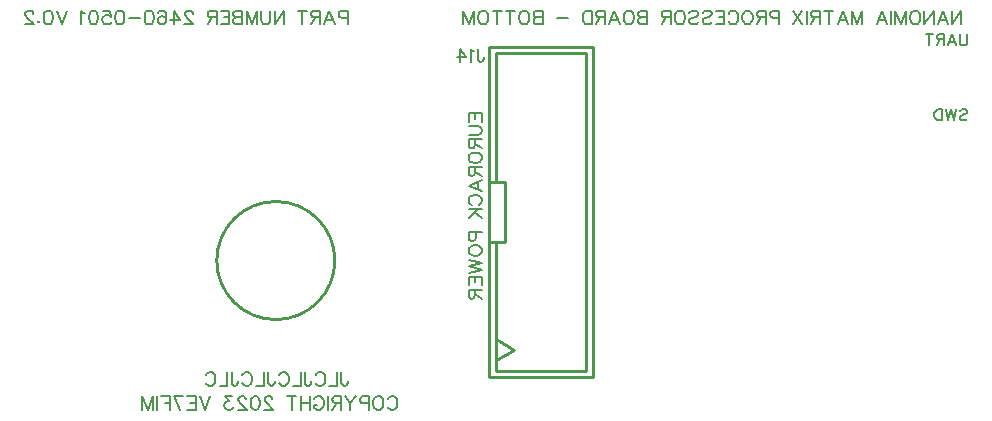
<source format=gbo>
G04 Layer: BottomSilkscreenLayer*
G04 EasyEDA v6.5.29, 2023-07-19 21:43:04*
G04 f8bcf56a654e41728208f455603ead28,5a6b42c53f6a479593ecc07194224c93,10*
G04 Gerber Generator version 0.2*
G04 Scale: 100 percent, Rotated: No, Reflected: No *
G04 Dimensions in millimeters *
G04 leading zeros omitted , absolute positions ,4 integer and 5 decimal *
%FSLAX45Y45*%
%MOMM*%

%ADD10C,0.2032*%
%ADD11C,0.2030*%
%ADD12C,0.1524*%
%ADD13C,0.2540*%

%LPD*%
D10*
X-4525007Y-386836D02*
G01*
X-4525007Y-474212D01*
X-4519419Y-490468D01*
X-4514085Y-496056D01*
X-4503163Y-501390D01*
X-4492241Y-501390D01*
X-4481319Y-496056D01*
X-4475731Y-490468D01*
X-4470397Y-474212D01*
X-4470397Y-463290D01*
X-4560821Y-386836D02*
G01*
X-4560821Y-501390D01*
X-4560821Y-501390D02*
G01*
X-4626353Y-501390D01*
X-4744209Y-414268D02*
G01*
X-4738875Y-403346D01*
X-4727953Y-392424D01*
X-4717031Y-386836D01*
X-4695187Y-386836D01*
X-4684265Y-392424D01*
X-4673343Y-403346D01*
X-4667755Y-414268D01*
X-4662421Y-430524D01*
X-4662421Y-457702D01*
X-4667755Y-474212D01*
X-4673343Y-485134D01*
X-4684265Y-496056D01*
X-4695187Y-501390D01*
X-4717031Y-501390D01*
X-4727953Y-496056D01*
X-4738875Y-485134D01*
X-4744209Y-474212D01*
X-4834633Y-386836D02*
G01*
X-4834633Y-474212D01*
X-4829299Y-490468D01*
X-4823965Y-496056D01*
X-4813043Y-501390D01*
X-4802121Y-501390D01*
X-4791199Y-496056D01*
X-4785611Y-490468D01*
X-4780277Y-474212D01*
X-4780277Y-463290D01*
X-4870701Y-386836D02*
G01*
X-4870701Y-501390D01*
X-4870701Y-501390D02*
G01*
X-4936233Y-501390D01*
X-5054089Y-414268D02*
G01*
X-5048501Y-403346D01*
X-5037579Y-392424D01*
X-5026657Y-386836D01*
X-5005067Y-386836D01*
X-4994145Y-392424D01*
X-4983223Y-403346D01*
X-4977635Y-414268D01*
X-4972301Y-430524D01*
X-4972301Y-457702D01*
X-4977635Y-474212D01*
X-4983223Y-485134D01*
X-4994145Y-496056D01*
X-5005067Y-501390D01*
X-5026657Y-501390D01*
X-5037579Y-496056D01*
X-5048501Y-485134D01*
X-5054089Y-474212D01*
X-5144513Y-386836D02*
G01*
X-5144513Y-474212D01*
X-5139179Y-490468D01*
X-5133591Y-496056D01*
X-5122669Y-501390D01*
X-5111747Y-501390D01*
X-5100825Y-496056D01*
X-5095491Y-490468D01*
X-5090157Y-474212D01*
X-5090157Y-463290D01*
X-5180581Y-386836D02*
G01*
X-5180581Y-501390D01*
X-5180581Y-501390D02*
G01*
X-5246113Y-501390D01*
X-5363969Y-414268D02*
G01*
X-5358381Y-403346D01*
X-5347459Y-392424D01*
X-5336537Y-386836D01*
X-5314693Y-386836D01*
X-5303771Y-392424D01*
X-5292849Y-403346D01*
X-5287515Y-414268D01*
X-5281927Y-430524D01*
X-5281927Y-457702D01*
X-5287515Y-474212D01*
X-5292849Y-485134D01*
X-5303771Y-496056D01*
X-5314693Y-501390D01*
X-5336537Y-501390D01*
X-5347459Y-496056D01*
X-5358381Y-485134D01*
X-5363969Y-474212D01*
X-5454393Y-386836D02*
G01*
X-5454393Y-474212D01*
X-5449059Y-490468D01*
X-5443471Y-496056D01*
X-5432549Y-501390D01*
X-5421627Y-501390D01*
X-5410705Y-496056D01*
X-5405371Y-490468D01*
X-5399783Y-474212D01*
X-5399783Y-463290D01*
X-5490461Y-386836D02*
G01*
X-5490461Y-501390D01*
X-5490461Y-501390D02*
G01*
X-5555739Y-501390D01*
X-5673595Y-414268D02*
G01*
X-5668261Y-403346D01*
X-5657339Y-392424D01*
X-5646417Y-386836D01*
X-5624573Y-386836D01*
X-5613651Y-392424D01*
X-5602729Y-403346D01*
X-5597395Y-414268D01*
X-5591807Y-430524D01*
X-5591807Y-457702D01*
X-5597395Y-474212D01*
X-5602729Y-485134D01*
X-5613651Y-496056D01*
X-5624573Y-501390D01*
X-5646417Y-501390D01*
X-5657339Y-496056D01*
X-5668261Y-485134D01*
X-5673595Y-474212D01*
X-4470389Y2673784D02*
G01*
X-4470389Y2559240D01*
X-4470389Y2673784D02*
G01*
X-4519480Y2673784D01*
X-4535843Y2668330D01*
X-4541299Y2662877D01*
X-4546752Y2651968D01*
X-4546752Y2635603D01*
X-4541299Y2624693D01*
X-4535843Y2619240D01*
X-4519480Y2613784D01*
X-4470389Y2613784D01*
X-4626389Y2673784D02*
G01*
X-4582754Y2559240D01*
X-4626389Y2673784D02*
G01*
X-4670026Y2559240D01*
X-4599117Y2597421D02*
G01*
X-4653661Y2597421D01*
X-4706025Y2673784D02*
G01*
X-4706025Y2559240D01*
X-4706025Y2673784D02*
G01*
X-4755116Y2673784D01*
X-4771478Y2668330D01*
X-4776934Y2662877D01*
X-4782388Y2651968D01*
X-4782388Y2641058D01*
X-4776934Y2630149D01*
X-4771478Y2624693D01*
X-4755116Y2619240D01*
X-4706025Y2619240D01*
X-4744206Y2619240D02*
G01*
X-4782388Y2559240D01*
X-4856571Y2673784D02*
G01*
X-4856571Y2559240D01*
X-4818390Y2673784D02*
G01*
X-4894752Y2673784D01*
X-5014752Y2673784D02*
G01*
X-5014752Y2559240D01*
X-5014752Y2673784D02*
G01*
X-5091115Y2559240D01*
X-5091115Y2673784D02*
G01*
X-5091115Y2559240D01*
X-5127117Y2673784D02*
G01*
X-5127117Y2591968D01*
X-5132570Y2575603D01*
X-5143479Y2564693D01*
X-5159842Y2559240D01*
X-5170751Y2559240D01*
X-5187116Y2564693D01*
X-5198023Y2575603D01*
X-5203479Y2591968D01*
X-5203479Y2673784D01*
X-5239478Y2673784D02*
G01*
X-5239478Y2559240D01*
X-5239478Y2673784D02*
G01*
X-5283116Y2559240D01*
X-5326750Y2673784D02*
G01*
X-5283116Y2559240D01*
X-5326750Y2673784D02*
G01*
X-5326750Y2559240D01*
X-5362752Y2673784D02*
G01*
X-5362752Y2559240D01*
X-5362752Y2673784D02*
G01*
X-5411843Y2673784D01*
X-5428206Y2668330D01*
X-5433659Y2662877D01*
X-5439115Y2651968D01*
X-5439115Y2641058D01*
X-5433659Y2630149D01*
X-5428206Y2624693D01*
X-5411843Y2619240D01*
X-5362752Y2619240D02*
G01*
X-5411843Y2619240D01*
X-5428206Y2613784D01*
X-5433659Y2608331D01*
X-5439115Y2597421D01*
X-5439115Y2581059D01*
X-5433659Y2570149D01*
X-5428206Y2564693D01*
X-5411843Y2559240D01*
X-5362752Y2559240D01*
X-5475114Y2673784D02*
G01*
X-5475114Y2559240D01*
X-5475114Y2673784D02*
G01*
X-5546023Y2673784D01*
X-5475114Y2619240D02*
G01*
X-5518751Y2619240D01*
X-5475114Y2559240D02*
G01*
X-5546023Y2559240D01*
X-5582023Y2673784D02*
G01*
X-5582023Y2559240D01*
X-5582023Y2673784D02*
G01*
X-5631113Y2673784D01*
X-5647479Y2668330D01*
X-5652932Y2662877D01*
X-5658388Y2651968D01*
X-5658388Y2641058D01*
X-5652932Y2630149D01*
X-5647479Y2624693D01*
X-5631113Y2619240D01*
X-5582023Y2619240D01*
X-5620204Y2619240D02*
G01*
X-5658388Y2559240D01*
X-5783841Y2646512D02*
G01*
X-5783841Y2651968D01*
X-5789297Y2662877D01*
X-5794750Y2668330D01*
X-5805660Y2673784D01*
X-5827478Y2673784D01*
X-5838388Y2668330D01*
X-5843841Y2662877D01*
X-5849297Y2651968D01*
X-5849297Y2641058D01*
X-5843841Y2630149D01*
X-5832932Y2613784D01*
X-5778388Y2559240D01*
X-5854750Y2559240D01*
X-5945296Y2673784D02*
G01*
X-5890750Y2597421D01*
X-5972568Y2597421D01*
X-5945296Y2673784D02*
G01*
X-5945296Y2559240D01*
X-6074023Y2657421D02*
G01*
X-6068568Y2668330D01*
X-6052205Y2673784D01*
X-6041296Y2673784D01*
X-6024933Y2668330D01*
X-6014024Y2651968D01*
X-6008568Y2624693D01*
X-6008568Y2597421D01*
X-6014024Y2575603D01*
X-6024933Y2564693D01*
X-6041296Y2559240D01*
X-6046749Y2559240D01*
X-6063114Y2564693D01*
X-6074023Y2575603D01*
X-6079477Y2591968D01*
X-6079477Y2597421D01*
X-6074023Y2613784D01*
X-6063114Y2624693D01*
X-6046749Y2630149D01*
X-6041296Y2630149D01*
X-6024933Y2624693D01*
X-6014024Y2613784D01*
X-6008568Y2597421D01*
X-6148204Y2673784D02*
G01*
X-6131841Y2668330D01*
X-6120932Y2651968D01*
X-6115476Y2624693D01*
X-6115476Y2608331D01*
X-6120932Y2581059D01*
X-6131841Y2564693D01*
X-6148204Y2559240D01*
X-6159113Y2559240D01*
X-6175476Y2564693D01*
X-6186385Y2581059D01*
X-6191841Y2608331D01*
X-6191841Y2624693D01*
X-6186385Y2651968D01*
X-6175476Y2668330D01*
X-6159113Y2673784D01*
X-6148204Y2673784D01*
X-6227841Y2608331D02*
G01*
X-6326022Y2608331D01*
X-6394749Y2673784D02*
G01*
X-6378387Y2668330D01*
X-6367477Y2651968D01*
X-6362021Y2624693D01*
X-6362021Y2608331D01*
X-6367477Y2581059D01*
X-6378387Y2564693D01*
X-6394749Y2559240D01*
X-6405659Y2559240D01*
X-6422021Y2564693D01*
X-6432931Y2581059D01*
X-6438386Y2608331D01*
X-6438386Y2624693D01*
X-6432931Y2651968D01*
X-6422021Y2668330D01*
X-6405659Y2673784D01*
X-6394749Y2673784D01*
X-6539839Y2673784D02*
G01*
X-6485295Y2673784D01*
X-6479839Y2624693D01*
X-6485295Y2630149D01*
X-6501658Y2635603D01*
X-6518021Y2635603D01*
X-6534386Y2630149D01*
X-6545295Y2619240D01*
X-6550748Y2602877D01*
X-6550748Y2591968D01*
X-6545295Y2575603D01*
X-6534386Y2564693D01*
X-6518021Y2559240D01*
X-6501658Y2559240D01*
X-6485295Y2564693D01*
X-6479839Y2570149D01*
X-6474386Y2581059D01*
X-6619476Y2673784D02*
G01*
X-6603113Y2668330D01*
X-6592204Y2651968D01*
X-6586748Y2624693D01*
X-6586748Y2608331D01*
X-6592204Y2581059D01*
X-6603113Y2564693D01*
X-6619476Y2559240D01*
X-6630385Y2559240D01*
X-6646748Y2564693D01*
X-6657657Y2581059D01*
X-6663113Y2608331D01*
X-6663113Y2624693D01*
X-6657657Y2651968D01*
X-6646748Y2668330D01*
X-6630385Y2673784D01*
X-6619476Y2673784D01*
X-6699112Y2651968D02*
G01*
X-6710022Y2657421D01*
X-6726384Y2673784D01*
X-6726384Y2559240D01*
X-6846384Y2673784D02*
G01*
X-6890021Y2559240D01*
X-6933656Y2673784D02*
G01*
X-6890021Y2559240D01*
X-7002383Y2673784D02*
G01*
X-6986021Y2668330D01*
X-6975111Y2651968D01*
X-6969658Y2624693D01*
X-6969658Y2608331D01*
X-6975111Y2581059D01*
X-6986021Y2564693D01*
X-7002383Y2559240D01*
X-7013293Y2559240D01*
X-7029658Y2564693D01*
X-7040567Y2581059D01*
X-7046020Y2608331D01*
X-7046020Y2624693D01*
X-7040567Y2651968D01*
X-7029658Y2668330D01*
X-7013293Y2673784D01*
X-7002383Y2673784D01*
X-7087476Y2586512D02*
G01*
X-7082020Y2581059D01*
X-7087476Y2575603D01*
X-7092929Y2581059D01*
X-7087476Y2586512D01*
X-7134385Y2646512D02*
G01*
X-7134385Y2651968D01*
X-7139838Y2662877D01*
X-7145294Y2668330D01*
X-7156203Y2673784D01*
X-7178019Y2673784D01*
X-7188928Y2668330D01*
X-7194384Y2662877D01*
X-7199838Y2651968D01*
X-7199838Y2641058D01*
X-7194384Y2630149D01*
X-7183475Y2613784D01*
X-7128929Y2559240D01*
X-7205294Y2559240D01*
X723897Y2673784D02*
G01*
X723897Y2559240D01*
X723897Y2673784D02*
G01*
X647534Y2559240D01*
X647534Y2673784D02*
G01*
X647534Y2559240D01*
X567898Y2673784D02*
G01*
X611532Y2559240D01*
X567898Y2673784D02*
G01*
X524261Y2559240D01*
X595170Y2597421D02*
G01*
X540626Y2597421D01*
X488261Y2673784D02*
G01*
X488261Y2559240D01*
X488261Y2673784D02*
G01*
X411898Y2559240D01*
X411898Y2673784D02*
G01*
X411898Y2559240D01*
X343171Y2673784D02*
G01*
X354081Y2668330D01*
X364987Y2657421D01*
X370443Y2646512D01*
X375897Y2630149D01*
X375897Y2602877D01*
X370443Y2586512D01*
X364987Y2575603D01*
X354081Y2564694D01*
X343171Y2559240D01*
X321353Y2559240D01*
X310443Y2564694D01*
X299534Y2575603D01*
X294081Y2586512D01*
X288625Y2602877D01*
X288625Y2630149D01*
X294081Y2646512D01*
X299534Y2657421D01*
X310443Y2668330D01*
X321353Y2673784D01*
X343171Y2673784D01*
X252625Y2673784D02*
G01*
X252625Y2559240D01*
X252625Y2673784D02*
G01*
X208988Y2559240D01*
X165353Y2673784D02*
G01*
X208988Y2559240D01*
X165353Y2673784D02*
G01*
X165353Y2559240D01*
X129352Y2673784D02*
G01*
X129352Y2559240D01*
X49717Y2673784D02*
G01*
X93352Y2559240D01*
X49717Y2673784D02*
G01*
X6080Y2559240D01*
X76989Y2597421D02*
G01*
X22443Y2597421D01*
X-113919Y2673784D02*
G01*
X-113919Y2559240D01*
X-113919Y2673784D02*
G01*
X-157556Y2559240D01*
X-201190Y2673784D02*
G01*
X-157556Y2559240D01*
X-201190Y2673784D02*
G01*
X-201190Y2559240D01*
X-280827Y2673784D02*
G01*
X-237190Y2559240D01*
X-280827Y2673784D02*
G01*
X-324464Y2559240D01*
X-253555Y2597421D02*
G01*
X-308099Y2597421D01*
X-398645Y2673784D02*
G01*
X-398645Y2559240D01*
X-360464Y2673784D02*
G01*
X-436826Y2673784D01*
X-472828Y2673784D02*
G01*
X-472828Y2559240D01*
X-472828Y2673784D02*
G01*
X-521919Y2673784D01*
X-538281Y2668330D01*
X-543735Y2662877D01*
X-549191Y2651968D01*
X-549191Y2641058D01*
X-543735Y2630149D01*
X-538281Y2624694D01*
X-521919Y2619240D01*
X-472828Y2619240D01*
X-511009Y2619240D02*
G01*
X-549191Y2559240D01*
X-585190Y2673784D02*
G01*
X-585190Y2559240D01*
X-621190Y2673784D02*
G01*
X-697555Y2559240D01*
X-697555Y2673784D02*
G01*
X-621190Y2559240D01*
X-817554Y2673784D02*
G01*
X-817554Y2559240D01*
X-817554Y2673784D02*
G01*
X-866645Y2673784D01*
X-883008Y2668330D01*
X-888464Y2662877D01*
X-893917Y2651968D01*
X-893917Y2635603D01*
X-888464Y2624694D01*
X-883008Y2619240D01*
X-866645Y2613784D01*
X-817554Y2613784D01*
X-929916Y2673784D02*
G01*
X-929916Y2559240D01*
X-929916Y2673784D02*
G01*
X-979007Y2673784D01*
X-995372Y2668330D01*
X-1000826Y2662877D01*
X-1006281Y2651968D01*
X-1006281Y2641058D01*
X-1000826Y2630149D01*
X-995372Y2624694D01*
X-979007Y2619240D01*
X-929916Y2619240D01*
X-968098Y2619240D02*
G01*
X-1006281Y2559240D01*
X-1075009Y2673784D02*
G01*
X-1064099Y2668330D01*
X-1053190Y2657421D01*
X-1047734Y2646512D01*
X-1042281Y2630149D01*
X-1042281Y2602877D01*
X-1047734Y2586512D01*
X-1053190Y2575603D01*
X-1064099Y2564694D01*
X-1075009Y2559240D01*
X-1096825Y2559240D01*
X-1107734Y2564694D01*
X-1118643Y2575603D01*
X-1124099Y2586512D01*
X-1129553Y2602877D01*
X-1129553Y2630149D01*
X-1124099Y2646512D01*
X-1118643Y2657421D01*
X-1107734Y2668330D01*
X-1096825Y2673784D01*
X-1075009Y2673784D01*
X-1247371Y2646512D02*
G01*
X-1241917Y2657421D01*
X-1231008Y2668330D01*
X-1220099Y2673784D01*
X-1198280Y2673784D01*
X-1187371Y2668330D01*
X-1176461Y2657421D01*
X-1171008Y2646512D01*
X-1165552Y2630149D01*
X-1165552Y2602877D01*
X-1171008Y2586512D01*
X-1176461Y2575603D01*
X-1187371Y2564694D01*
X-1198280Y2559240D01*
X-1220099Y2559240D01*
X-1231008Y2564694D01*
X-1241917Y2575603D01*
X-1247371Y2586512D01*
X-1283370Y2673784D02*
G01*
X-1283370Y2559240D01*
X-1283370Y2673784D02*
G01*
X-1354279Y2673784D01*
X-1283370Y2619240D02*
G01*
X-1327007Y2619240D01*
X-1283370Y2559240D02*
G01*
X-1354279Y2559240D01*
X-1466644Y2657421D02*
G01*
X-1455734Y2668330D01*
X-1439369Y2673784D01*
X-1417553Y2673784D01*
X-1401188Y2668330D01*
X-1390279Y2657421D01*
X-1390279Y2646512D01*
X-1395735Y2635603D01*
X-1401188Y2630149D01*
X-1412097Y2624694D01*
X-1444825Y2613784D01*
X-1455734Y2608331D01*
X-1461188Y2602877D01*
X-1466644Y2591968D01*
X-1466644Y2575603D01*
X-1455734Y2564694D01*
X-1439369Y2559240D01*
X-1417553Y2559240D01*
X-1401188Y2564694D01*
X-1390279Y2575603D01*
X-1579006Y2657421D02*
G01*
X-1568096Y2668330D01*
X-1551734Y2673784D01*
X-1529915Y2673784D01*
X-1513552Y2668330D01*
X-1502643Y2657421D01*
X-1502643Y2646512D01*
X-1508097Y2635603D01*
X-1513552Y2630149D01*
X-1524462Y2624694D01*
X-1557187Y2613784D01*
X-1568096Y2608331D01*
X-1573552Y2602877D01*
X-1579006Y2591968D01*
X-1579006Y2575603D01*
X-1568096Y2564694D01*
X-1551734Y2559240D01*
X-1529915Y2559240D01*
X-1513552Y2564694D01*
X-1502643Y2575603D01*
X-1647733Y2673784D02*
G01*
X-1636824Y2668330D01*
X-1625914Y2657421D01*
X-1620461Y2646512D01*
X-1615008Y2630149D01*
X-1615008Y2602877D01*
X-1620461Y2586512D01*
X-1625914Y2575603D01*
X-1636824Y2564694D01*
X-1647733Y2559240D01*
X-1669552Y2559240D01*
X-1680461Y2564694D01*
X-1691370Y2575603D01*
X-1696824Y2586512D01*
X-1702280Y2602877D01*
X-1702280Y2630149D01*
X-1696824Y2646512D01*
X-1691370Y2657421D01*
X-1680461Y2668330D01*
X-1669552Y2673784D01*
X-1647733Y2673784D01*
X-1738279Y2673784D02*
G01*
X-1738279Y2559240D01*
X-1738279Y2673784D02*
G01*
X-1787370Y2673784D01*
X-1803732Y2668330D01*
X-1809188Y2662877D01*
X-1814642Y2651968D01*
X-1814642Y2641058D01*
X-1809188Y2630149D01*
X-1803732Y2624694D01*
X-1787370Y2619240D01*
X-1738279Y2619240D01*
X-1776460Y2619240D02*
G01*
X-1814642Y2559240D01*
X-1934641Y2673784D02*
G01*
X-1934641Y2559240D01*
X-1934641Y2673784D02*
G01*
X-1983732Y2673784D01*
X-2000097Y2668330D01*
X-2005550Y2662877D01*
X-2011006Y2651968D01*
X-2011006Y2641058D01*
X-2005550Y2630149D01*
X-2000097Y2624694D01*
X-1983732Y2619240D01*
X-1934641Y2619240D02*
G01*
X-1983732Y2619240D01*
X-2000097Y2613784D01*
X-2005550Y2608331D01*
X-2011006Y2597421D01*
X-2011006Y2581059D01*
X-2005550Y2570149D01*
X-2000097Y2564694D01*
X-1983732Y2559240D01*
X-1934641Y2559240D01*
X-2079734Y2673784D02*
G01*
X-2068824Y2668330D01*
X-2057915Y2657421D01*
X-2052459Y2646512D01*
X-2047006Y2630149D01*
X-2047006Y2602877D01*
X-2052459Y2586512D01*
X-2057915Y2575603D01*
X-2068824Y2564694D01*
X-2079734Y2559240D01*
X-2101550Y2559240D01*
X-2112459Y2564694D01*
X-2123368Y2575603D01*
X-2128824Y2586512D01*
X-2134278Y2602877D01*
X-2134278Y2630149D01*
X-2128824Y2646512D01*
X-2123368Y2657421D01*
X-2112459Y2668330D01*
X-2101550Y2673784D01*
X-2079734Y2673784D01*
X-2213914Y2673784D02*
G01*
X-2170277Y2559240D01*
X-2213914Y2673784D02*
G01*
X-2257552Y2559240D01*
X-2186642Y2597421D02*
G01*
X-2241186Y2597421D01*
X-2293551Y2673784D02*
G01*
X-2293551Y2559240D01*
X-2293551Y2673784D02*
G01*
X-2342642Y2673784D01*
X-2359004Y2668330D01*
X-2364460Y2662877D01*
X-2369913Y2651968D01*
X-2369913Y2641058D01*
X-2364460Y2630149D01*
X-2359004Y2624694D01*
X-2342642Y2619240D01*
X-2293551Y2619240D01*
X-2331732Y2619240D02*
G01*
X-2369913Y2559240D01*
X-2405913Y2673784D02*
G01*
X-2405913Y2559240D01*
X-2405913Y2673784D02*
G01*
X-2444097Y2673784D01*
X-2460459Y2668330D01*
X-2471369Y2657421D01*
X-2476822Y2646512D01*
X-2482278Y2630149D01*
X-2482278Y2602877D01*
X-2476822Y2586512D01*
X-2471369Y2575603D01*
X-2460459Y2564694D01*
X-2444097Y2559240D01*
X-2405913Y2559240D01*
X-2602278Y2608331D02*
G01*
X-2700459Y2608331D01*
X-2820459Y2673784D02*
G01*
X-2820459Y2559240D01*
X-2820459Y2673784D02*
G01*
X-2869549Y2673784D01*
X-2885912Y2668330D01*
X-2891368Y2662877D01*
X-2896821Y2651968D01*
X-2896821Y2641058D01*
X-2891368Y2630149D01*
X-2885912Y2624694D01*
X-2869549Y2619240D01*
X-2820459Y2619240D02*
G01*
X-2869549Y2619240D01*
X-2885912Y2613784D01*
X-2891368Y2608331D01*
X-2896821Y2597421D01*
X-2896821Y2581059D01*
X-2891368Y2570149D01*
X-2885912Y2564694D01*
X-2869549Y2559240D01*
X-2820459Y2559240D01*
X-2965549Y2673784D02*
G01*
X-2954639Y2668330D01*
X-2943730Y2657421D01*
X-2938277Y2646512D01*
X-2932823Y2630149D01*
X-2932823Y2602877D01*
X-2938277Y2586512D01*
X-2943730Y2575603D01*
X-2954639Y2564694D01*
X-2965549Y2559240D01*
X-2987367Y2559240D01*
X-2998276Y2564694D01*
X-3009186Y2575603D01*
X-3014639Y2586512D01*
X-3020095Y2602877D01*
X-3020095Y2630149D01*
X-3014639Y2646512D01*
X-3009186Y2657421D01*
X-2998276Y2668330D01*
X-2987367Y2673784D01*
X-2965549Y2673784D01*
X-3094276Y2673784D02*
G01*
X-3094276Y2559240D01*
X-3056094Y2673784D02*
G01*
X-3132457Y2673784D01*
X-3206640Y2673784D02*
G01*
X-3206640Y2559240D01*
X-3168459Y2673784D02*
G01*
X-3244822Y2673784D01*
X-3313549Y2673784D02*
G01*
X-3302640Y2668330D01*
X-3291730Y2657421D01*
X-3286277Y2646512D01*
X-3280821Y2630149D01*
X-3280821Y2602877D01*
X-3286277Y2586512D01*
X-3291730Y2575603D01*
X-3302640Y2564694D01*
X-3313549Y2559240D01*
X-3335367Y2559240D01*
X-3346277Y2564694D01*
X-3357184Y2575603D01*
X-3362639Y2586512D01*
X-3368093Y2602877D01*
X-3368093Y2630149D01*
X-3362639Y2646512D01*
X-3357184Y2657421D01*
X-3346277Y2668330D01*
X-3335367Y2673784D01*
X-3313549Y2673784D01*
X-3404095Y2673784D02*
G01*
X-3404095Y2559240D01*
X-3404095Y2673784D02*
G01*
X-3447729Y2559240D01*
X-3491367Y2673784D02*
G01*
X-3447729Y2559240D01*
X-3491367Y2673784D02*
G01*
X-3491367Y2559240D01*
D11*
X-4133080Y-617468D02*
G01*
X-4127746Y-606546D01*
X-4116824Y-595624D01*
X-4105902Y-590036D01*
X-4084058Y-590036D01*
X-4073136Y-595624D01*
X-4062214Y-606546D01*
X-4056626Y-617468D01*
X-4051292Y-633724D01*
X-4051292Y-660902D01*
X-4056626Y-677412D01*
X-4062214Y-688334D01*
X-4073136Y-699256D01*
X-4084058Y-704590D01*
X-4105902Y-704590D01*
X-4116824Y-699256D01*
X-4127746Y-688334D01*
X-4133080Y-677412D01*
X-4201914Y-590036D02*
G01*
X-4190992Y-595624D01*
X-4180070Y-606546D01*
X-4174482Y-617468D01*
X-4169148Y-633724D01*
X-4169148Y-660902D01*
X-4174482Y-677412D01*
X-4180070Y-688334D01*
X-4190992Y-699256D01*
X-4201914Y-704590D01*
X-4223758Y-704590D01*
X-4234680Y-699256D01*
X-4245348Y-688334D01*
X-4250936Y-677412D01*
X-4256270Y-660902D01*
X-4256270Y-633724D01*
X-4250936Y-617468D01*
X-4245348Y-606546D01*
X-4234680Y-595624D01*
X-4223758Y-590036D01*
X-4201914Y-590036D01*
X-4292338Y-590036D02*
G01*
X-4292338Y-704590D01*
X-4292338Y-590036D02*
G01*
X-4341360Y-590036D01*
X-4357870Y-595624D01*
X-4363204Y-600958D01*
X-4368792Y-611880D01*
X-4368792Y-628390D01*
X-4363204Y-639312D01*
X-4357870Y-644646D01*
X-4341360Y-649980D01*
X-4292338Y-649980D01*
X-4404860Y-590036D02*
G01*
X-4448294Y-644646D01*
X-4448294Y-704590D01*
X-4491982Y-590036D02*
G01*
X-4448294Y-644646D01*
X-4528050Y-590036D02*
G01*
X-4528050Y-704590D01*
X-4528050Y-590036D02*
G01*
X-4577072Y-590036D01*
X-4593582Y-595624D01*
X-4598916Y-600958D01*
X-4604504Y-611880D01*
X-4604504Y-622802D01*
X-4598916Y-633724D01*
X-4593582Y-639312D01*
X-4577072Y-644646D01*
X-4528050Y-644646D01*
X-4566150Y-644646D02*
G01*
X-4604504Y-704590D01*
X-4640318Y-590036D02*
G01*
X-4640318Y-704590D01*
X-4758174Y-617468D02*
G01*
X-4752840Y-606546D01*
X-4741918Y-595624D01*
X-4730996Y-590036D01*
X-4709152Y-590036D01*
X-4698230Y-595624D01*
X-4687308Y-606546D01*
X-4681720Y-617468D01*
X-4676386Y-633724D01*
X-4676386Y-660902D01*
X-4681720Y-677412D01*
X-4687308Y-688334D01*
X-4698230Y-699256D01*
X-4709152Y-704590D01*
X-4730996Y-704590D01*
X-4741918Y-699256D01*
X-4752840Y-688334D01*
X-4758174Y-677412D01*
X-4758174Y-660902D01*
X-4730996Y-660902D02*
G01*
X-4758174Y-660902D01*
X-4794242Y-590036D02*
G01*
X-4794242Y-704590D01*
X-4870442Y-590036D02*
G01*
X-4870442Y-704590D01*
X-4794242Y-644646D02*
G01*
X-4870442Y-644646D01*
X-4944864Y-590036D02*
G01*
X-4944864Y-704590D01*
X-4906510Y-590036D02*
G01*
X-4982964Y-590036D01*
X-5108440Y-617468D02*
G01*
X-5108440Y-611880D01*
X-5113774Y-600958D01*
X-5119362Y-595624D01*
X-5130284Y-590036D01*
X-5152128Y-590036D01*
X-5163050Y-595624D01*
X-5168384Y-600958D01*
X-5173718Y-611880D01*
X-5173718Y-622802D01*
X-5168384Y-633724D01*
X-5157462Y-649980D01*
X-5102852Y-704590D01*
X-5179306Y-704590D01*
X-5248140Y-590036D02*
G01*
X-5231630Y-595624D01*
X-5220708Y-611880D01*
X-5215374Y-639312D01*
X-5215374Y-655568D01*
X-5220708Y-682746D01*
X-5231630Y-699256D01*
X-5248140Y-704590D01*
X-5258808Y-704590D01*
X-5275318Y-699256D01*
X-5286240Y-682746D01*
X-5291574Y-655568D01*
X-5291574Y-639312D01*
X-5286240Y-611880D01*
X-5275318Y-595624D01*
X-5258808Y-590036D01*
X-5248140Y-590036D01*
X-5333230Y-617468D02*
G01*
X-5333230Y-611880D01*
X-5338564Y-600958D01*
X-5343898Y-595624D01*
X-5354820Y-590036D01*
X-5376664Y-590036D01*
X-5387586Y-595624D01*
X-5393174Y-600958D01*
X-5398508Y-611880D01*
X-5398508Y-622802D01*
X-5393174Y-633724D01*
X-5382252Y-649980D01*
X-5327642Y-704590D01*
X-5404096Y-704590D01*
X-5450832Y-590036D02*
G01*
X-5511030Y-590036D01*
X-5478264Y-633724D01*
X-5494520Y-633724D01*
X-5505442Y-639312D01*
X-5511030Y-644646D01*
X-5516364Y-660902D01*
X-5516364Y-671824D01*
X-5511030Y-688334D01*
X-5500108Y-699256D01*
X-5483598Y-704590D01*
X-5467342Y-704590D01*
X-5450832Y-699256D01*
X-5445498Y-693668D01*
X-5439910Y-682746D01*
X-5636506Y-590036D02*
G01*
X-5679940Y-704590D01*
X-5723628Y-590036D02*
G01*
X-5679940Y-704590D01*
X-5759696Y-590036D02*
G01*
X-5759696Y-704590D01*
X-5759696Y-590036D02*
G01*
X-5830562Y-590036D01*
X-5759696Y-644646D02*
G01*
X-5803384Y-644646D01*
X-5759696Y-704590D02*
G01*
X-5830562Y-704590D01*
X-5942830Y-590036D02*
G01*
X-5888474Y-704590D01*
X-5866630Y-590036D02*
G01*
X-5942830Y-590036D01*
X-5978898Y-590036D02*
G01*
X-5978898Y-704590D01*
X-5978898Y-590036D02*
G01*
X-6049764Y-590036D01*
X-5978898Y-644646D02*
G01*
X-6022586Y-644646D01*
X-6085832Y-590036D02*
G01*
X-6085832Y-704590D01*
X-6121900Y-590036D02*
G01*
X-6121900Y-704590D01*
X-6121900Y-590036D02*
G01*
X-6165588Y-704590D01*
X-6209022Y-590036D02*
G01*
X-6165588Y-704590D01*
X-6209022Y-590036D02*
G01*
X-6209022Y-704590D01*
D12*
X774694Y2475778D02*
G01*
X774694Y2407706D01*
X770122Y2393990D01*
X760978Y2384846D01*
X747516Y2380274D01*
X738372Y2380274D01*
X724656Y2384846D01*
X715512Y2393990D01*
X710940Y2407706D01*
X710940Y2475778D01*
X644646Y2475778D02*
G01*
X680968Y2380274D01*
X644646Y2475778D02*
G01*
X608324Y2380274D01*
X667506Y2412278D02*
G01*
X622040Y2412278D01*
X578352Y2475778D02*
G01*
X578352Y2380274D01*
X578352Y2475778D02*
G01*
X537458Y2475778D01*
X523742Y2471206D01*
X519170Y2466634D01*
X514598Y2457744D01*
X514598Y2448600D01*
X519170Y2439456D01*
X523742Y2434884D01*
X537458Y2430312D01*
X578352Y2430312D01*
X546602Y2430312D02*
G01*
X514598Y2380274D01*
X452876Y2475778D02*
G01*
X452876Y2380274D01*
X484626Y2475778D02*
G01*
X421126Y2475778D01*
X710940Y1827065D02*
G01*
X720084Y1836209D01*
X733800Y1840781D01*
X752088Y1840781D01*
X765550Y1836209D01*
X774694Y1827065D01*
X774694Y1818175D01*
X770122Y1809031D01*
X765550Y1804459D01*
X756406Y1799887D01*
X729228Y1790743D01*
X720084Y1786171D01*
X715512Y1781599D01*
X710940Y1772709D01*
X710940Y1758993D01*
X720084Y1749849D01*
X733800Y1745277D01*
X752088Y1745277D01*
X765550Y1749849D01*
X774694Y1758993D01*
X680968Y1840781D02*
G01*
X658362Y1745277D01*
X635502Y1840781D02*
G01*
X658362Y1745277D01*
X635502Y1840781D02*
G01*
X612896Y1745277D01*
X590036Y1840781D02*
G01*
X612896Y1745277D01*
X560064Y1840781D02*
G01*
X560064Y1745277D01*
X560064Y1840781D02*
G01*
X528314Y1840781D01*
X514598Y1836209D01*
X505708Y1827065D01*
X501136Y1818175D01*
X496564Y1804459D01*
X496564Y1781599D01*
X501136Y1768137D01*
X505708Y1758993D01*
X514598Y1749849D01*
X528314Y1745277D01*
X560064Y1745277D01*
D10*
X-3448481Y1804794D02*
G01*
X-3333937Y1804794D01*
X-3448481Y1804794D02*
G01*
X-3448481Y1733885D01*
X-3393937Y1804794D02*
G01*
X-3393937Y1761157D01*
X-3333937Y1804794D02*
G01*
X-3333937Y1733885D01*
X-3448481Y1697885D02*
G01*
X-3366665Y1697885D01*
X-3350300Y1692429D01*
X-3339391Y1681523D01*
X-3333937Y1665157D01*
X-3333937Y1654248D01*
X-3339391Y1637885D01*
X-3350300Y1626976D01*
X-3366665Y1621523D01*
X-3448481Y1621523D01*
X-3448481Y1585521D02*
G01*
X-3333937Y1585521D01*
X-3448481Y1585521D02*
G01*
X-3448481Y1536430D01*
X-3443028Y1520068D01*
X-3437575Y1514612D01*
X-3426665Y1509158D01*
X-3415756Y1509158D01*
X-3404847Y1514612D01*
X-3399391Y1520068D01*
X-3393937Y1536430D01*
X-3393937Y1585521D01*
X-3393937Y1547340D02*
G01*
X-3333937Y1509158D01*
X-3448481Y1440431D02*
G01*
X-3443028Y1451340D01*
X-3432119Y1462250D01*
X-3421209Y1467703D01*
X-3404847Y1473159D01*
X-3377575Y1473159D01*
X-3361209Y1467703D01*
X-3350300Y1462250D01*
X-3339391Y1451340D01*
X-3333937Y1440431D01*
X-3333937Y1418612D01*
X-3339391Y1407703D01*
X-3350300Y1396794D01*
X-3361209Y1391340D01*
X-3377575Y1385884D01*
X-3404847Y1385884D01*
X-3421209Y1391340D01*
X-3432119Y1396794D01*
X-3443028Y1407703D01*
X-3448481Y1418612D01*
X-3448481Y1440431D01*
X-3448481Y1349885D02*
G01*
X-3333937Y1349885D01*
X-3448481Y1349885D02*
G01*
X-3448481Y1300794D01*
X-3443028Y1284432D01*
X-3437575Y1278976D01*
X-3426665Y1273522D01*
X-3415756Y1273522D01*
X-3404847Y1278976D01*
X-3399391Y1284432D01*
X-3393937Y1300794D01*
X-3393937Y1349885D01*
X-3393937Y1311704D02*
G01*
X-3333937Y1273522D01*
X-3448481Y1193886D02*
G01*
X-3333937Y1237523D01*
X-3448481Y1193886D02*
G01*
X-3333937Y1150249D01*
X-3372119Y1221158D02*
G01*
X-3372119Y1166614D01*
X-3421209Y1032431D02*
G01*
X-3432119Y1037887D01*
X-3443028Y1048796D01*
X-3448481Y1059705D01*
X-3448481Y1081524D01*
X-3443028Y1092431D01*
X-3432119Y1103340D01*
X-3421209Y1108796D01*
X-3404847Y1114249D01*
X-3377575Y1114249D01*
X-3361209Y1108796D01*
X-3350300Y1103340D01*
X-3339391Y1092431D01*
X-3333937Y1081524D01*
X-3333937Y1059705D01*
X-3339391Y1048796D01*
X-3350300Y1037887D01*
X-3361209Y1032431D01*
X-3448481Y996431D02*
G01*
X-3333937Y996431D01*
X-3448481Y920069D02*
G01*
X-3372119Y996431D01*
X-3399391Y969159D02*
G01*
X-3333937Y920069D01*
X-3448481Y800069D02*
G01*
X-3333937Y800069D01*
X-3448481Y800069D02*
G01*
X-3448481Y750978D01*
X-3443028Y734613D01*
X-3437575Y729160D01*
X-3426665Y723706D01*
X-3410300Y723706D01*
X-3399391Y729160D01*
X-3393937Y734613D01*
X-3388481Y750978D01*
X-3388481Y800069D01*
X-3448481Y654979D02*
G01*
X-3443028Y665886D01*
X-3432119Y676795D01*
X-3421209Y682251D01*
X-3404847Y687704D01*
X-3377575Y687704D01*
X-3361209Y682251D01*
X-3350300Y676795D01*
X-3339391Y665886D01*
X-3333937Y654979D01*
X-3333937Y633161D01*
X-3339391Y622251D01*
X-3350300Y611342D01*
X-3361209Y605886D01*
X-3377575Y600433D01*
X-3404847Y600433D01*
X-3421209Y605886D01*
X-3432119Y611342D01*
X-3443028Y622251D01*
X-3448481Y633161D01*
X-3448481Y654979D01*
X-3448481Y564433D02*
G01*
X-3333937Y537161D01*
X-3448481Y509887D02*
G01*
X-3333937Y537161D01*
X-3448481Y509887D02*
G01*
X-3333937Y482615D01*
X-3448481Y455343D02*
G01*
X-3333937Y482615D01*
X-3448481Y419343D02*
G01*
X-3333937Y419343D01*
X-3448481Y419343D02*
G01*
X-3448481Y348434D01*
X-3393937Y419343D02*
G01*
X-3393937Y375706D01*
X-3333937Y419343D02*
G01*
X-3333937Y348434D01*
X-3448481Y312432D02*
G01*
X-3333937Y312432D01*
X-3448481Y312432D02*
G01*
X-3448481Y263342D01*
X-3443028Y246979D01*
X-3437575Y241526D01*
X-3426665Y236070D01*
X-3415756Y236070D01*
X-3404847Y241526D01*
X-3399391Y246979D01*
X-3393937Y263342D01*
X-3393937Y312432D01*
X-3393937Y274251D02*
G01*
X-3333937Y236070D01*
D12*
X-3371560Y2351895D02*
G01*
X-3371560Y2268768D01*
X-3366363Y2253180D01*
X-3361169Y2247986D01*
X-3350778Y2242792D01*
X-3340387Y2242792D01*
X-3329995Y2247986D01*
X-3324799Y2253180D01*
X-3319604Y2268768D01*
X-3319604Y2279159D01*
X-3405850Y2331112D02*
G01*
X-3416239Y2336309D01*
X-3431827Y2351895D01*
X-3431827Y2242792D01*
X-3518070Y2351895D02*
G01*
X-3466117Y2279159D01*
X-3544049Y2279159D01*
X-3518070Y2351895D02*
G01*
X-3518070Y2242792D01*
D13*
X-3214220Y-286379D02*
G01*
X-3060692Y-201803D01*
X-3214220Y-108579D01*
X-2392093Y-429397D02*
G01*
X-2392093Y2362593D01*
X-2392093Y2362591D02*
G01*
X-3272091Y2362593D01*
X-3272091Y2362593D02*
G01*
X-3272091Y-429397D01*
X-3272091Y-429397D02*
G01*
X-2392093Y-429397D01*
X-3263892Y712596D02*
G01*
X-3136892Y712596D01*
X-3136892Y1220596D01*
X-3263892Y1220596D01*
X-3213092Y-379603D02*
G01*
X-2451092Y-379603D01*
X-2451092Y2312796D01*
X-3213092Y2312796D01*
X-3213092Y1220596D01*
X-3213092Y712596D02*
G01*
X-3213092Y-379603D01*
G75*
G01
X-4579983Y558805D02*
G03X-4579983Y558805I-499999J0D01*
M02*

</source>
